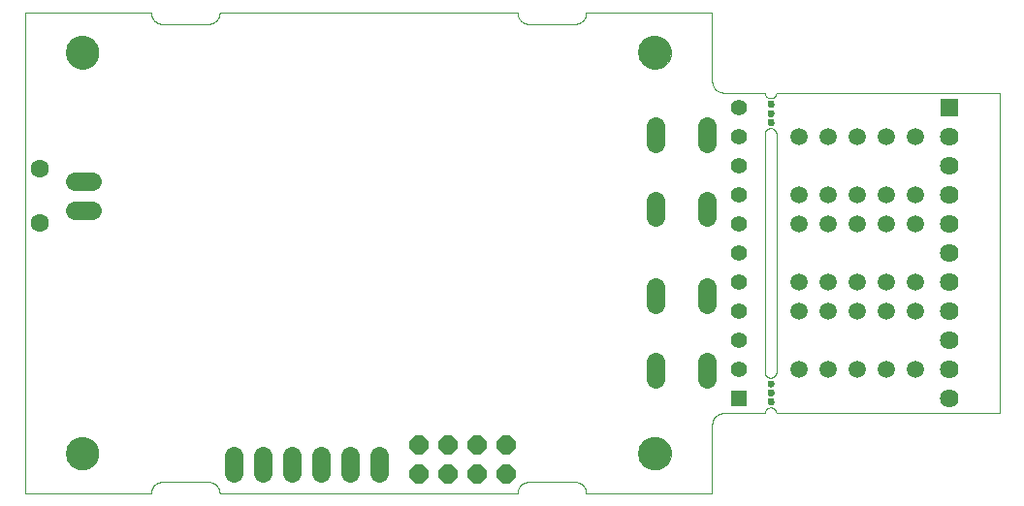
<source format=gbs>
G75*
%MOIN*%
%OFA0B0*%
%FSLAX25Y25*%
%IPPOS*%
%LPD*%
%AMOC8*
5,1,8,0,0,1.08239X$1,22.5*
%
%ADD10C,0.00000*%
%ADD11C,0.11424*%
%ADD12C,0.00394*%
%ADD13C,0.02369*%
%ADD14C,0.05943*%
%ADD15C,0.06400*%
%ADD16R,0.06400X0.06400*%
%ADD17R,0.05600X0.05600*%
%ADD18C,0.05600*%
%ADD19C,0.06337*%
%ADD20C,0.06400*%
%ADD21OC8,0.06400*%
%ADD22C,0.06306*%
D10*
X0048494Y0021469D02*
X0048496Y0021617D01*
X0048502Y0021765D01*
X0048512Y0021913D01*
X0048526Y0022060D01*
X0048544Y0022207D01*
X0048565Y0022353D01*
X0048591Y0022499D01*
X0048621Y0022644D01*
X0048654Y0022788D01*
X0048692Y0022931D01*
X0048733Y0023073D01*
X0048778Y0023214D01*
X0048826Y0023354D01*
X0048879Y0023493D01*
X0048935Y0023630D01*
X0048995Y0023765D01*
X0049058Y0023899D01*
X0049125Y0024031D01*
X0049196Y0024161D01*
X0049270Y0024289D01*
X0049347Y0024415D01*
X0049428Y0024539D01*
X0049512Y0024661D01*
X0049599Y0024780D01*
X0049690Y0024897D01*
X0049784Y0025012D01*
X0049880Y0025124D01*
X0049980Y0025234D01*
X0050082Y0025340D01*
X0050188Y0025444D01*
X0050296Y0025545D01*
X0050407Y0025643D01*
X0050520Y0025739D01*
X0050636Y0025831D01*
X0050754Y0025920D01*
X0050875Y0026005D01*
X0050998Y0026088D01*
X0051123Y0026167D01*
X0051250Y0026243D01*
X0051379Y0026315D01*
X0051510Y0026384D01*
X0051643Y0026449D01*
X0051778Y0026510D01*
X0051914Y0026568D01*
X0052051Y0026623D01*
X0052190Y0026673D01*
X0052331Y0026720D01*
X0052472Y0026763D01*
X0052615Y0026803D01*
X0052759Y0026838D01*
X0052903Y0026870D01*
X0053049Y0026897D01*
X0053195Y0026921D01*
X0053342Y0026941D01*
X0053489Y0026957D01*
X0053636Y0026969D01*
X0053784Y0026977D01*
X0053932Y0026981D01*
X0054080Y0026981D01*
X0054228Y0026977D01*
X0054376Y0026969D01*
X0054523Y0026957D01*
X0054670Y0026941D01*
X0054817Y0026921D01*
X0054963Y0026897D01*
X0055109Y0026870D01*
X0055253Y0026838D01*
X0055397Y0026803D01*
X0055540Y0026763D01*
X0055681Y0026720D01*
X0055822Y0026673D01*
X0055961Y0026623D01*
X0056098Y0026568D01*
X0056234Y0026510D01*
X0056369Y0026449D01*
X0056502Y0026384D01*
X0056633Y0026315D01*
X0056762Y0026243D01*
X0056889Y0026167D01*
X0057014Y0026088D01*
X0057137Y0026005D01*
X0057258Y0025920D01*
X0057376Y0025831D01*
X0057492Y0025739D01*
X0057605Y0025643D01*
X0057716Y0025545D01*
X0057824Y0025444D01*
X0057930Y0025340D01*
X0058032Y0025234D01*
X0058132Y0025124D01*
X0058228Y0025012D01*
X0058322Y0024897D01*
X0058413Y0024780D01*
X0058500Y0024661D01*
X0058584Y0024539D01*
X0058665Y0024415D01*
X0058742Y0024289D01*
X0058816Y0024161D01*
X0058887Y0024031D01*
X0058954Y0023899D01*
X0059017Y0023765D01*
X0059077Y0023630D01*
X0059133Y0023493D01*
X0059186Y0023354D01*
X0059234Y0023214D01*
X0059279Y0023073D01*
X0059320Y0022931D01*
X0059358Y0022788D01*
X0059391Y0022644D01*
X0059421Y0022499D01*
X0059447Y0022353D01*
X0059468Y0022207D01*
X0059486Y0022060D01*
X0059500Y0021913D01*
X0059510Y0021765D01*
X0059516Y0021617D01*
X0059518Y0021469D01*
X0059516Y0021321D01*
X0059510Y0021173D01*
X0059500Y0021025D01*
X0059486Y0020878D01*
X0059468Y0020731D01*
X0059447Y0020585D01*
X0059421Y0020439D01*
X0059391Y0020294D01*
X0059358Y0020150D01*
X0059320Y0020007D01*
X0059279Y0019865D01*
X0059234Y0019724D01*
X0059186Y0019584D01*
X0059133Y0019445D01*
X0059077Y0019308D01*
X0059017Y0019173D01*
X0058954Y0019039D01*
X0058887Y0018907D01*
X0058816Y0018777D01*
X0058742Y0018649D01*
X0058665Y0018523D01*
X0058584Y0018399D01*
X0058500Y0018277D01*
X0058413Y0018158D01*
X0058322Y0018041D01*
X0058228Y0017926D01*
X0058132Y0017814D01*
X0058032Y0017704D01*
X0057930Y0017598D01*
X0057824Y0017494D01*
X0057716Y0017393D01*
X0057605Y0017295D01*
X0057492Y0017199D01*
X0057376Y0017107D01*
X0057258Y0017018D01*
X0057137Y0016933D01*
X0057014Y0016850D01*
X0056889Y0016771D01*
X0056762Y0016695D01*
X0056633Y0016623D01*
X0056502Y0016554D01*
X0056369Y0016489D01*
X0056234Y0016428D01*
X0056098Y0016370D01*
X0055961Y0016315D01*
X0055822Y0016265D01*
X0055681Y0016218D01*
X0055540Y0016175D01*
X0055397Y0016135D01*
X0055253Y0016100D01*
X0055109Y0016068D01*
X0054963Y0016041D01*
X0054817Y0016017D01*
X0054670Y0015997D01*
X0054523Y0015981D01*
X0054376Y0015969D01*
X0054228Y0015961D01*
X0054080Y0015957D01*
X0053932Y0015957D01*
X0053784Y0015961D01*
X0053636Y0015969D01*
X0053489Y0015981D01*
X0053342Y0015997D01*
X0053195Y0016017D01*
X0053049Y0016041D01*
X0052903Y0016068D01*
X0052759Y0016100D01*
X0052615Y0016135D01*
X0052472Y0016175D01*
X0052331Y0016218D01*
X0052190Y0016265D01*
X0052051Y0016315D01*
X0051914Y0016370D01*
X0051778Y0016428D01*
X0051643Y0016489D01*
X0051510Y0016554D01*
X0051379Y0016623D01*
X0051250Y0016695D01*
X0051123Y0016771D01*
X0050998Y0016850D01*
X0050875Y0016933D01*
X0050754Y0017018D01*
X0050636Y0017107D01*
X0050520Y0017199D01*
X0050407Y0017295D01*
X0050296Y0017393D01*
X0050188Y0017494D01*
X0050082Y0017598D01*
X0049980Y0017704D01*
X0049880Y0017814D01*
X0049784Y0017926D01*
X0049690Y0018041D01*
X0049599Y0018158D01*
X0049512Y0018277D01*
X0049428Y0018399D01*
X0049347Y0018523D01*
X0049270Y0018649D01*
X0049196Y0018777D01*
X0049125Y0018907D01*
X0049058Y0019039D01*
X0048995Y0019173D01*
X0048935Y0019308D01*
X0048879Y0019445D01*
X0048826Y0019584D01*
X0048778Y0019724D01*
X0048733Y0019865D01*
X0048692Y0020007D01*
X0048654Y0020150D01*
X0048621Y0020294D01*
X0048591Y0020439D01*
X0048565Y0020585D01*
X0048544Y0020731D01*
X0048526Y0020878D01*
X0048512Y0021025D01*
X0048502Y0021173D01*
X0048496Y0021321D01*
X0048494Y0021469D01*
X0245344Y0021469D02*
X0245346Y0021617D01*
X0245352Y0021765D01*
X0245362Y0021913D01*
X0245376Y0022060D01*
X0245394Y0022207D01*
X0245415Y0022353D01*
X0245441Y0022499D01*
X0245471Y0022644D01*
X0245504Y0022788D01*
X0245542Y0022931D01*
X0245583Y0023073D01*
X0245628Y0023214D01*
X0245676Y0023354D01*
X0245729Y0023493D01*
X0245785Y0023630D01*
X0245845Y0023765D01*
X0245908Y0023899D01*
X0245975Y0024031D01*
X0246046Y0024161D01*
X0246120Y0024289D01*
X0246197Y0024415D01*
X0246278Y0024539D01*
X0246362Y0024661D01*
X0246449Y0024780D01*
X0246540Y0024897D01*
X0246634Y0025012D01*
X0246730Y0025124D01*
X0246830Y0025234D01*
X0246932Y0025340D01*
X0247038Y0025444D01*
X0247146Y0025545D01*
X0247257Y0025643D01*
X0247370Y0025739D01*
X0247486Y0025831D01*
X0247604Y0025920D01*
X0247725Y0026005D01*
X0247848Y0026088D01*
X0247973Y0026167D01*
X0248100Y0026243D01*
X0248229Y0026315D01*
X0248360Y0026384D01*
X0248493Y0026449D01*
X0248628Y0026510D01*
X0248764Y0026568D01*
X0248901Y0026623D01*
X0249040Y0026673D01*
X0249181Y0026720D01*
X0249322Y0026763D01*
X0249465Y0026803D01*
X0249609Y0026838D01*
X0249753Y0026870D01*
X0249899Y0026897D01*
X0250045Y0026921D01*
X0250192Y0026941D01*
X0250339Y0026957D01*
X0250486Y0026969D01*
X0250634Y0026977D01*
X0250782Y0026981D01*
X0250930Y0026981D01*
X0251078Y0026977D01*
X0251226Y0026969D01*
X0251373Y0026957D01*
X0251520Y0026941D01*
X0251667Y0026921D01*
X0251813Y0026897D01*
X0251959Y0026870D01*
X0252103Y0026838D01*
X0252247Y0026803D01*
X0252390Y0026763D01*
X0252531Y0026720D01*
X0252672Y0026673D01*
X0252811Y0026623D01*
X0252948Y0026568D01*
X0253084Y0026510D01*
X0253219Y0026449D01*
X0253352Y0026384D01*
X0253483Y0026315D01*
X0253612Y0026243D01*
X0253739Y0026167D01*
X0253864Y0026088D01*
X0253987Y0026005D01*
X0254108Y0025920D01*
X0254226Y0025831D01*
X0254342Y0025739D01*
X0254455Y0025643D01*
X0254566Y0025545D01*
X0254674Y0025444D01*
X0254780Y0025340D01*
X0254882Y0025234D01*
X0254982Y0025124D01*
X0255078Y0025012D01*
X0255172Y0024897D01*
X0255263Y0024780D01*
X0255350Y0024661D01*
X0255434Y0024539D01*
X0255515Y0024415D01*
X0255592Y0024289D01*
X0255666Y0024161D01*
X0255737Y0024031D01*
X0255804Y0023899D01*
X0255867Y0023765D01*
X0255927Y0023630D01*
X0255983Y0023493D01*
X0256036Y0023354D01*
X0256084Y0023214D01*
X0256129Y0023073D01*
X0256170Y0022931D01*
X0256208Y0022788D01*
X0256241Y0022644D01*
X0256271Y0022499D01*
X0256297Y0022353D01*
X0256318Y0022207D01*
X0256336Y0022060D01*
X0256350Y0021913D01*
X0256360Y0021765D01*
X0256366Y0021617D01*
X0256368Y0021469D01*
X0256366Y0021321D01*
X0256360Y0021173D01*
X0256350Y0021025D01*
X0256336Y0020878D01*
X0256318Y0020731D01*
X0256297Y0020585D01*
X0256271Y0020439D01*
X0256241Y0020294D01*
X0256208Y0020150D01*
X0256170Y0020007D01*
X0256129Y0019865D01*
X0256084Y0019724D01*
X0256036Y0019584D01*
X0255983Y0019445D01*
X0255927Y0019308D01*
X0255867Y0019173D01*
X0255804Y0019039D01*
X0255737Y0018907D01*
X0255666Y0018777D01*
X0255592Y0018649D01*
X0255515Y0018523D01*
X0255434Y0018399D01*
X0255350Y0018277D01*
X0255263Y0018158D01*
X0255172Y0018041D01*
X0255078Y0017926D01*
X0254982Y0017814D01*
X0254882Y0017704D01*
X0254780Y0017598D01*
X0254674Y0017494D01*
X0254566Y0017393D01*
X0254455Y0017295D01*
X0254342Y0017199D01*
X0254226Y0017107D01*
X0254108Y0017018D01*
X0253987Y0016933D01*
X0253864Y0016850D01*
X0253739Y0016771D01*
X0253612Y0016695D01*
X0253483Y0016623D01*
X0253352Y0016554D01*
X0253219Y0016489D01*
X0253084Y0016428D01*
X0252948Y0016370D01*
X0252811Y0016315D01*
X0252672Y0016265D01*
X0252531Y0016218D01*
X0252390Y0016175D01*
X0252247Y0016135D01*
X0252103Y0016100D01*
X0251959Y0016068D01*
X0251813Y0016041D01*
X0251667Y0016017D01*
X0251520Y0015997D01*
X0251373Y0015981D01*
X0251226Y0015969D01*
X0251078Y0015961D01*
X0250930Y0015957D01*
X0250782Y0015957D01*
X0250634Y0015961D01*
X0250486Y0015969D01*
X0250339Y0015981D01*
X0250192Y0015997D01*
X0250045Y0016017D01*
X0249899Y0016041D01*
X0249753Y0016068D01*
X0249609Y0016100D01*
X0249465Y0016135D01*
X0249322Y0016175D01*
X0249181Y0016218D01*
X0249040Y0016265D01*
X0248901Y0016315D01*
X0248764Y0016370D01*
X0248628Y0016428D01*
X0248493Y0016489D01*
X0248360Y0016554D01*
X0248229Y0016623D01*
X0248100Y0016695D01*
X0247973Y0016771D01*
X0247848Y0016850D01*
X0247725Y0016933D01*
X0247604Y0017018D01*
X0247486Y0017107D01*
X0247370Y0017199D01*
X0247257Y0017295D01*
X0247146Y0017393D01*
X0247038Y0017494D01*
X0246932Y0017598D01*
X0246830Y0017704D01*
X0246730Y0017814D01*
X0246634Y0017926D01*
X0246540Y0018041D01*
X0246449Y0018158D01*
X0246362Y0018277D01*
X0246278Y0018399D01*
X0246197Y0018523D01*
X0246120Y0018649D01*
X0246046Y0018777D01*
X0245975Y0018907D01*
X0245908Y0019039D01*
X0245845Y0019173D01*
X0245785Y0019308D01*
X0245729Y0019445D01*
X0245676Y0019584D01*
X0245628Y0019724D01*
X0245583Y0019865D01*
X0245542Y0020007D01*
X0245504Y0020150D01*
X0245471Y0020294D01*
X0245441Y0020439D01*
X0245415Y0020585D01*
X0245394Y0020731D01*
X0245376Y0020878D01*
X0245362Y0021025D01*
X0245352Y0021173D01*
X0245346Y0021321D01*
X0245344Y0021469D01*
X0289636Y0039185D02*
X0289638Y0039247D01*
X0289644Y0039310D01*
X0289654Y0039371D01*
X0289668Y0039432D01*
X0289685Y0039492D01*
X0289706Y0039551D01*
X0289732Y0039608D01*
X0289760Y0039663D01*
X0289792Y0039717D01*
X0289828Y0039768D01*
X0289866Y0039818D01*
X0289908Y0039864D01*
X0289952Y0039908D01*
X0290000Y0039949D01*
X0290049Y0039987D01*
X0290101Y0040021D01*
X0290155Y0040052D01*
X0290211Y0040080D01*
X0290269Y0040104D01*
X0290328Y0040125D01*
X0290388Y0040141D01*
X0290449Y0040154D01*
X0290511Y0040163D01*
X0290573Y0040168D01*
X0290636Y0040169D01*
X0290698Y0040166D01*
X0290760Y0040159D01*
X0290822Y0040148D01*
X0290882Y0040133D01*
X0290942Y0040115D01*
X0291000Y0040093D01*
X0291057Y0040067D01*
X0291112Y0040037D01*
X0291165Y0040004D01*
X0291216Y0039968D01*
X0291264Y0039929D01*
X0291310Y0039886D01*
X0291353Y0039841D01*
X0291393Y0039793D01*
X0291430Y0039743D01*
X0291464Y0039690D01*
X0291495Y0039636D01*
X0291521Y0039580D01*
X0291545Y0039522D01*
X0291564Y0039462D01*
X0291580Y0039402D01*
X0291592Y0039340D01*
X0291600Y0039279D01*
X0291604Y0039216D01*
X0291604Y0039154D01*
X0291600Y0039091D01*
X0291592Y0039030D01*
X0291580Y0038968D01*
X0291564Y0038908D01*
X0291545Y0038848D01*
X0291521Y0038790D01*
X0291495Y0038734D01*
X0291464Y0038680D01*
X0291430Y0038627D01*
X0291393Y0038577D01*
X0291353Y0038529D01*
X0291310Y0038484D01*
X0291264Y0038441D01*
X0291216Y0038402D01*
X0291165Y0038366D01*
X0291112Y0038333D01*
X0291057Y0038303D01*
X0291000Y0038277D01*
X0290942Y0038255D01*
X0290882Y0038237D01*
X0290822Y0038222D01*
X0290760Y0038211D01*
X0290698Y0038204D01*
X0290636Y0038201D01*
X0290573Y0038202D01*
X0290511Y0038207D01*
X0290449Y0038216D01*
X0290388Y0038229D01*
X0290328Y0038245D01*
X0290269Y0038266D01*
X0290211Y0038290D01*
X0290155Y0038318D01*
X0290101Y0038349D01*
X0290049Y0038383D01*
X0290000Y0038421D01*
X0289952Y0038462D01*
X0289908Y0038506D01*
X0289866Y0038552D01*
X0289828Y0038602D01*
X0289792Y0038653D01*
X0289760Y0038707D01*
X0289732Y0038762D01*
X0289706Y0038819D01*
X0289685Y0038878D01*
X0289668Y0038938D01*
X0289654Y0038999D01*
X0289644Y0039060D01*
X0289638Y0039123D01*
X0289636Y0039185D01*
X0289636Y0042335D02*
X0289638Y0042397D01*
X0289644Y0042460D01*
X0289654Y0042521D01*
X0289668Y0042582D01*
X0289685Y0042642D01*
X0289706Y0042701D01*
X0289732Y0042758D01*
X0289760Y0042813D01*
X0289792Y0042867D01*
X0289828Y0042918D01*
X0289866Y0042968D01*
X0289908Y0043014D01*
X0289952Y0043058D01*
X0290000Y0043099D01*
X0290049Y0043137D01*
X0290101Y0043171D01*
X0290155Y0043202D01*
X0290211Y0043230D01*
X0290269Y0043254D01*
X0290328Y0043275D01*
X0290388Y0043291D01*
X0290449Y0043304D01*
X0290511Y0043313D01*
X0290573Y0043318D01*
X0290636Y0043319D01*
X0290698Y0043316D01*
X0290760Y0043309D01*
X0290822Y0043298D01*
X0290882Y0043283D01*
X0290942Y0043265D01*
X0291000Y0043243D01*
X0291057Y0043217D01*
X0291112Y0043187D01*
X0291165Y0043154D01*
X0291216Y0043118D01*
X0291264Y0043079D01*
X0291310Y0043036D01*
X0291353Y0042991D01*
X0291393Y0042943D01*
X0291430Y0042893D01*
X0291464Y0042840D01*
X0291495Y0042786D01*
X0291521Y0042730D01*
X0291545Y0042672D01*
X0291564Y0042612D01*
X0291580Y0042552D01*
X0291592Y0042490D01*
X0291600Y0042429D01*
X0291604Y0042366D01*
X0291604Y0042304D01*
X0291600Y0042241D01*
X0291592Y0042180D01*
X0291580Y0042118D01*
X0291564Y0042058D01*
X0291545Y0041998D01*
X0291521Y0041940D01*
X0291495Y0041884D01*
X0291464Y0041830D01*
X0291430Y0041777D01*
X0291393Y0041727D01*
X0291353Y0041679D01*
X0291310Y0041634D01*
X0291264Y0041591D01*
X0291216Y0041552D01*
X0291165Y0041516D01*
X0291112Y0041483D01*
X0291057Y0041453D01*
X0291000Y0041427D01*
X0290942Y0041405D01*
X0290882Y0041387D01*
X0290822Y0041372D01*
X0290760Y0041361D01*
X0290698Y0041354D01*
X0290636Y0041351D01*
X0290573Y0041352D01*
X0290511Y0041357D01*
X0290449Y0041366D01*
X0290388Y0041379D01*
X0290328Y0041395D01*
X0290269Y0041416D01*
X0290211Y0041440D01*
X0290155Y0041468D01*
X0290101Y0041499D01*
X0290049Y0041533D01*
X0290000Y0041571D01*
X0289952Y0041612D01*
X0289908Y0041656D01*
X0289866Y0041702D01*
X0289828Y0041752D01*
X0289792Y0041803D01*
X0289760Y0041857D01*
X0289732Y0041912D01*
X0289706Y0041969D01*
X0289685Y0042028D01*
X0289668Y0042088D01*
X0289654Y0042149D01*
X0289644Y0042210D01*
X0289638Y0042273D01*
X0289636Y0042335D01*
X0289636Y0045484D02*
X0289638Y0045546D01*
X0289644Y0045609D01*
X0289654Y0045670D01*
X0289668Y0045731D01*
X0289685Y0045791D01*
X0289706Y0045850D01*
X0289732Y0045907D01*
X0289760Y0045962D01*
X0289792Y0046016D01*
X0289828Y0046067D01*
X0289866Y0046117D01*
X0289908Y0046163D01*
X0289952Y0046207D01*
X0290000Y0046248D01*
X0290049Y0046286D01*
X0290101Y0046320D01*
X0290155Y0046351D01*
X0290211Y0046379D01*
X0290269Y0046403D01*
X0290328Y0046424D01*
X0290388Y0046440D01*
X0290449Y0046453D01*
X0290511Y0046462D01*
X0290573Y0046467D01*
X0290636Y0046468D01*
X0290698Y0046465D01*
X0290760Y0046458D01*
X0290822Y0046447D01*
X0290882Y0046432D01*
X0290942Y0046414D01*
X0291000Y0046392D01*
X0291057Y0046366D01*
X0291112Y0046336D01*
X0291165Y0046303D01*
X0291216Y0046267D01*
X0291264Y0046228D01*
X0291310Y0046185D01*
X0291353Y0046140D01*
X0291393Y0046092D01*
X0291430Y0046042D01*
X0291464Y0045989D01*
X0291495Y0045935D01*
X0291521Y0045879D01*
X0291545Y0045821D01*
X0291564Y0045761D01*
X0291580Y0045701D01*
X0291592Y0045639D01*
X0291600Y0045578D01*
X0291604Y0045515D01*
X0291604Y0045453D01*
X0291600Y0045390D01*
X0291592Y0045329D01*
X0291580Y0045267D01*
X0291564Y0045207D01*
X0291545Y0045147D01*
X0291521Y0045089D01*
X0291495Y0045033D01*
X0291464Y0044979D01*
X0291430Y0044926D01*
X0291393Y0044876D01*
X0291353Y0044828D01*
X0291310Y0044783D01*
X0291264Y0044740D01*
X0291216Y0044701D01*
X0291165Y0044665D01*
X0291112Y0044632D01*
X0291057Y0044602D01*
X0291000Y0044576D01*
X0290942Y0044554D01*
X0290882Y0044536D01*
X0290822Y0044521D01*
X0290760Y0044510D01*
X0290698Y0044503D01*
X0290636Y0044500D01*
X0290573Y0044501D01*
X0290511Y0044506D01*
X0290449Y0044515D01*
X0290388Y0044528D01*
X0290328Y0044544D01*
X0290269Y0044565D01*
X0290211Y0044589D01*
X0290155Y0044617D01*
X0290101Y0044648D01*
X0290049Y0044682D01*
X0290000Y0044720D01*
X0289952Y0044761D01*
X0289908Y0044805D01*
X0289866Y0044851D01*
X0289828Y0044901D01*
X0289792Y0044952D01*
X0289760Y0045006D01*
X0289732Y0045061D01*
X0289706Y0045118D01*
X0289685Y0045177D01*
X0289668Y0045237D01*
X0289654Y0045298D01*
X0289644Y0045359D01*
X0289638Y0045422D01*
X0289636Y0045484D01*
X0289636Y0135248D02*
X0289638Y0135310D01*
X0289644Y0135373D01*
X0289654Y0135434D01*
X0289668Y0135495D01*
X0289685Y0135555D01*
X0289706Y0135614D01*
X0289732Y0135671D01*
X0289760Y0135726D01*
X0289792Y0135780D01*
X0289828Y0135831D01*
X0289866Y0135881D01*
X0289908Y0135927D01*
X0289952Y0135971D01*
X0290000Y0136012D01*
X0290049Y0136050D01*
X0290101Y0136084D01*
X0290155Y0136115D01*
X0290211Y0136143D01*
X0290269Y0136167D01*
X0290328Y0136188D01*
X0290388Y0136204D01*
X0290449Y0136217D01*
X0290511Y0136226D01*
X0290573Y0136231D01*
X0290636Y0136232D01*
X0290698Y0136229D01*
X0290760Y0136222D01*
X0290822Y0136211D01*
X0290882Y0136196D01*
X0290942Y0136178D01*
X0291000Y0136156D01*
X0291057Y0136130D01*
X0291112Y0136100D01*
X0291165Y0136067D01*
X0291216Y0136031D01*
X0291264Y0135992D01*
X0291310Y0135949D01*
X0291353Y0135904D01*
X0291393Y0135856D01*
X0291430Y0135806D01*
X0291464Y0135753D01*
X0291495Y0135699D01*
X0291521Y0135643D01*
X0291545Y0135585D01*
X0291564Y0135525D01*
X0291580Y0135465D01*
X0291592Y0135403D01*
X0291600Y0135342D01*
X0291604Y0135279D01*
X0291604Y0135217D01*
X0291600Y0135154D01*
X0291592Y0135093D01*
X0291580Y0135031D01*
X0291564Y0134971D01*
X0291545Y0134911D01*
X0291521Y0134853D01*
X0291495Y0134797D01*
X0291464Y0134743D01*
X0291430Y0134690D01*
X0291393Y0134640D01*
X0291353Y0134592D01*
X0291310Y0134547D01*
X0291264Y0134504D01*
X0291216Y0134465D01*
X0291165Y0134429D01*
X0291112Y0134396D01*
X0291057Y0134366D01*
X0291000Y0134340D01*
X0290942Y0134318D01*
X0290882Y0134300D01*
X0290822Y0134285D01*
X0290760Y0134274D01*
X0290698Y0134267D01*
X0290636Y0134264D01*
X0290573Y0134265D01*
X0290511Y0134270D01*
X0290449Y0134279D01*
X0290388Y0134292D01*
X0290328Y0134308D01*
X0290269Y0134329D01*
X0290211Y0134353D01*
X0290155Y0134381D01*
X0290101Y0134412D01*
X0290049Y0134446D01*
X0290000Y0134484D01*
X0289952Y0134525D01*
X0289908Y0134569D01*
X0289866Y0134615D01*
X0289828Y0134665D01*
X0289792Y0134716D01*
X0289760Y0134770D01*
X0289732Y0134825D01*
X0289706Y0134882D01*
X0289685Y0134941D01*
X0289668Y0135001D01*
X0289654Y0135062D01*
X0289644Y0135123D01*
X0289638Y0135186D01*
X0289636Y0135248D01*
X0289636Y0138398D02*
X0289638Y0138460D01*
X0289644Y0138523D01*
X0289654Y0138584D01*
X0289668Y0138645D01*
X0289685Y0138705D01*
X0289706Y0138764D01*
X0289732Y0138821D01*
X0289760Y0138876D01*
X0289792Y0138930D01*
X0289828Y0138981D01*
X0289866Y0139031D01*
X0289908Y0139077D01*
X0289952Y0139121D01*
X0290000Y0139162D01*
X0290049Y0139200D01*
X0290101Y0139234D01*
X0290155Y0139265D01*
X0290211Y0139293D01*
X0290269Y0139317D01*
X0290328Y0139338D01*
X0290388Y0139354D01*
X0290449Y0139367D01*
X0290511Y0139376D01*
X0290573Y0139381D01*
X0290636Y0139382D01*
X0290698Y0139379D01*
X0290760Y0139372D01*
X0290822Y0139361D01*
X0290882Y0139346D01*
X0290942Y0139328D01*
X0291000Y0139306D01*
X0291057Y0139280D01*
X0291112Y0139250D01*
X0291165Y0139217D01*
X0291216Y0139181D01*
X0291264Y0139142D01*
X0291310Y0139099D01*
X0291353Y0139054D01*
X0291393Y0139006D01*
X0291430Y0138956D01*
X0291464Y0138903D01*
X0291495Y0138849D01*
X0291521Y0138793D01*
X0291545Y0138735D01*
X0291564Y0138675D01*
X0291580Y0138615D01*
X0291592Y0138553D01*
X0291600Y0138492D01*
X0291604Y0138429D01*
X0291604Y0138367D01*
X0291600Y0138304D01*
X0291592Y0138243D01*
X0291580Y0138181D01*
X0291564Y0138121D01*
X0291545Y0138061D01*
X0291521Y0138003D01*
X0291495Y0137947D01*
X0291464Y0137893D01*
X0291430Y0137840D01*
X0291393Y0137790D01*
X0291353Y0137742D01*
X0291310Y0137697D01*
X0291264Y0137654D01*
X0291216Y0137615D01*
X0291165Y0137579D01*
X0291112Y0137546D01*
X0291057Y0137516D01*
X0291000Y0137490D01*
X0290942Y0137468D01*
X0290882Y0137450D01*
X0290822Y0137435D01*
X0290760Y0137424D01*
X0290698Y0137417D01*
X0290636Y0137414D01*
X0290573Y0137415D01*
X0290511Y0137420D01*
X0290449Y0137429D01*
X0290388Y0137442D01*
X0290328Y0137458D01*
X0290269Y0137479D01*
X0290211Y0137503D01*
X0290155Y0137531D01*
X0290101Y0137562D01*
X0290049Y0137596D01*
X0290000Y0137634D01*
X0289952Y0137675D01*
X0289908Y0137719D01*
X0289866Y0137765D01*
X0289828Y0137815D01*
X0289792Y0137866D01*
X0289760Y0137920D01*
X0289732Y0137975D01*
X0289706Y0138032D01*
X0289685Y0138091D01*
X0289668Y0138151D01*
X0289654Y0138212D01*
X0289644Y0138273D01*
X0289638Y0138336D01*
X0289636Y0138398D01*
X0289636Y0141547D02*
X0289638Y0141609D01*
X0289644Y0141672D01*
X0289654Y0141733D01*
X0289668Y0141794D01*
X0289685Y0141854D01*
X0289706Y0141913D01*
X0289732Y0141970D01*
X0289760Y0142025D01*
X0289792Y0142079D01*
X0289828Y0142130D01*
X0289866Y0142180D01*
X0289908Y0142226D01*
X0289952Y0142270D01*
X0290000Y0142311D01*
X0290049Y0142349D01*
X0290101Y0142383D01*
X0290155Y0142414D01*
X0290211Y0142442D01*
X0290269Y0142466D01*
X0290328Y0142487D01*
X0290388Y0142503D01*
X0290449Y0142516D01*
X0290511Y0142525D01*
X0290573Y0142530D01*
X0290636Y0142531D01*
X0290698Y0142528D01*
X0290760Y0142521D01*
X0290822Y0142510D01*
X0290882Y0142495D01*
X0290942Y0142477D01*
X0291000Y0142455D01*
X0291057Y0142429D01*
X0291112Y0142399D01*
X0291165Y0142366D01*
X0291216Y0142330D01*
X0291264Y0142291D01*
X0291310Y0142248D01*
X0291353Y0142203D01*
X0291393Y0142155D01*
X0291430Y0142105D01*
X0291464Y0142052D01*
X0291495Y0141998D01*
X0291521Y0141942D01*
X0291545Y0141884D01*
X0291564Y0141824D01*
X0291580Y0141764D01*
X0291592Y0141702D01*
X0291600Y0141641D01*
X0291604Y0141578D01*
X0291604Y0141516D01*
X0291600Y0141453D01*
X0291592Y0141392D01*
X0291580Y0141330D01*
X0291564Y0141270D01*
X0291545Y0141210D01*
X0291521Y0141152D01*
X0291495Y0141096D01*
X0291464Y0141042D01*
X0291430Y0140989D01*
X0291393Y0140939D01*
X0291353Y0140891D01*
X0291310Y0140846D01*
X0291264Y0140803D01*
X0291216Y0140764D01*
X0291165Y0140728D01*
X0291112Y0140695D01*
X0291057Y0140665D01*
X0291000Y0140639D01*
X0290942Y0140617D01*
X0290882Y0140599D01*
X0290822Y0140584D01*
X0290760Y0140573D01*
X0290698Y0140566D01*
X0290636Y0140563D01*
X0290573Y0140564D01*
X0290511Y0140569D01*
X0290449Y0140578D01*
X0290388Y0140591D01*
X0290328Y0140607D01*
X0290269Y0140628D01*
X0290211Y0140652D01*
X0290155Y0140680D01*
X0290101Y0140711D01*
X0290049Y0140745D01*
X0290000Y0140783D01*
X0289952Y0140824D01*
X0289908Y0140868D01*
X0289866Y0140914D01*
X0289828Y0140964D01*
X0289792Y0141015D01*
X0289760Y0141069D01*
X0289732Y0141124D01*
X0289706Y0141181D01*
X0289685Y0141240D01*
X0289668Y0141300D01*
X0289654Y0141361D01*
X0289644Y0141422D01*
X0289638Y0141485D01*
X0289636Y0141547D01*
X0245344Y0159264D02*
X0245346Y0159412D01*
X0245352Y0159560D01*
X0245362Y0159708D01*
X0245376Y0159855D01*
X0245394Y0160002D01*
X0245415Y0160148D01*
X0245441Y0160294D01*
X0245471Y0160439D01*
X0245504Y0160583D01*
X0245542Y0160726D01*
X0245583Y0160868D01*
X0245628Y0161009D01*
X0245676Y0161149D01*
X0245729Y0161288D01*
X0245785Y0161425D01*
X0245845Y0161560D01*
X0245908Y0161694D01*
X0245975Y0161826D01*
X0246046Y0161956D01*
X0246120Y0162084D01*
X0246197Y0162210D01*
X0246278Y0162334D01*
X0246362Y0162456D01*
X0246449Y0162575D01*
X0246540Y0162692D01*
X0246634Y0162807D01*
X0246730Y0162919D01*
X0246830Y0163029D01*
X0246932Y0163135D01*
X0247038Y0163239D01*
X0247146Y0163340D01*
X0247257Y0163438D01*
X0247370Y0163534D01*
X0247486Y0163626D01*
X0247604Y0163715D01*
X0247725Y0163800D01*
X0247848Y0163883D01*
X0247973Y0163962D01*
X0248100Y0164038D01*
X0248229Y0164110D01*
X0248360Y0164179D01*
X0248493Y0164244D01*
X0248628Y0164305D01*
X0248764Y0164363D01*
X0248901Y0164418D01*
X0249040Y0164468D01*
X0249181Y0164515D01*
X0249322Y0164558D01*
X0249465Y0164598D01*
X0249609Y0164633D01*
X0249753Y0164665D01*
X0249899Y0164692D01*
X0250045Y0164716D01*
X0250192Y0164736D01*
X0250339Y0164752D01*
X0250486Y0164764D01*
X0250634Y0164772D01*
X0250782Y0164776D01*
X0250930Y0164776D01*
X0251078Y0164772D01*
X0251226Y0164764D01*
X0251373Y0164752D01*
X0251520Y0164736D01*
X0251667Y0164716D01*
X0251813Y0164692D01*
X0251959Y0164665D01*
X0252103Y0164633D01*
X0252247Y0164598D01*
X0252390Y0164558D01*
X0252531Y0164515D01*
X0252672Y0164468D01*
X0252811Y0164418D01*
X0252948Y0164363D01*
X0253084Y0164305D01*
X0253219Y0164244D01*
X0253352Y0164179D01*
X0253483Y0164110D01*
X0253612Y0164038D01*
X0253739Y0163962D01*
X0253864Y0163883D01*
X0253987Y0163800D01*
X0254108Y0163715D01*
X0254226Y0163626D01*
X0254342Y0163534D01*
X0254455Y0163438D01*
X0254566Y0163340D01*
X0254674Y0163239D01*
X0254780Y0163135D01*
X0254882Y0163029D01*
X0254982Y0162919D01*
X0255078Y0162807D01*
X0255172Y0162692D01*
X0255263Y0162575D01*
X0255350Y0162456D01*
X0255434Y0162334D01*
X0255515Y0162210D01*
X0255592Y0162084D01*
X0255666Y0161956D01*
X0255737Y0161826D01*
X0255804Y0161694D01*
X0255867Y0161560D01*
X0255927Y0161425D01*
X0255983Y0161288D01*
X0256036Y0161149D01*
X0256084Y0161009D01*
X0256129Y0160868D01*
X0256170Y0160726D01*
X0256208Y0160583D01*
X0256241Y0160439D01*
X0256271Y0160294D01*
X0256297Y0160148D01*
X0256318Y0160002D01*
X0256336Y0159855D01*
X0256350Y0159708D01*
X0256360Y0159560D01*
X0256366Y0159412D01*
X0256368Y0159264D01*
X0256366Y0159116D01*
X0256360Y0158968D01*
X0256350Y0158820D01*
X0256336Y0158673D01*
X0256318Y0158526D01*
X0256297Y0158380D01*
X0256271Y0158234D01*
X0256241Y0158089D01*
X0256208Y0157945D01*
X0256170Y0157802D01*
X0256129Y0157660D01*
X0256084Y0157519D01*
X0256036Y0157379D01*
X0255983Y0157240D01*
X0255927Y0157103D01*
X0255867Y0156968D01*
X0255804Y0156834D01*
X0255737Y0156702D01*
X0255666Y0156572D01*
X0255592Y0156444D01*
X0255515Y0156318D01*
X0255434Y0156194D01*
X0255350Y0156072D01*
X0255263Y0155953D01*
X0255172Y0155836D01*
X0255078Y0155721D01*
X0254982Y0155609D01*
X0254882Y0155499D01*
X0254780Y0155393D01*
X0254674Y0155289D01*
X0254566Y0155188D01*
X0254455Y0155090D01*
X0254342Y0154994D01*
X0254226Y0154902D01*
X0254108Y0154813D01*
X0253987Y0154728D01*
X0253864Y0154645D01*
X0253739Y0154566D01*
X0253612Y0154490D01*
X0253483Y0154418D01*
X0253352Y0154349D01*
X0253219Y0154284D01*
X0253084Y0154223D01*
X0252948Y0154165D01*
X0252811Y0154110D01*
X0252672Y0154060D01*
X0252531Y0154013D01*
X0252390Y0153970D01*
X0252247Y0153930D01*
X0252103Y0153895D01*
X0251959Y0153863D01*
X0251813Y0153836D01*
X0251667Y0153812D01*
X0251520Y0153792D01*
X0251373Y0153776D01*
X0251226Y0153764D01*
X0251078Y0153756D01*
X0250930Y0153752D01*
X0250782Y0153752D01*
X0250634Y0153756D01*
X0250486Y0153764D01*
X0250339Y0153776D01*
X0250192Y0153792D01*
X0250045Y0153812D01*
X0249899Y0153836D01*
X0249753Y0153863D01*
X0249609Y0153895D01*
X0249465Y0153930D01*
X0249322Y0153970D01*
X0249181Y0154013D01*
X0249040Y0154060D01*
X0248901Y0154110D01*
X0248764Y0154165D01*
X0248628Y0154223D01*
X0248493Y0154284D01*
X0248360Y0154349D01*
X0248229Y0154418D01*
X0248100Y0154490D01*
X0247973Y0154566D01*
X0247848Y0154645D01*
X0247725Y0154728D01*
X0247604Y0154813D01*
X0247486Y0154902D01*
X0247370Y0154994D01*
X0247257Y0155090D01*
X0247146Y0155188D01*
X0247038Y0155289D01*
X0246932Y0155393D01*
X0246830Y0155499D01*
X0246730Y0155609D01*
X0246634Y0155721D01*
X0246540Y0155836D01*
X0246449Y0155953D01*
X0246362Y0156072D01*
X0246278Y0156194D01*
X0246197Y0156318D01*
X0246120Y0156444D01*
X0246046Y0156572D01*
X0245975Y0156702D01*
X0245908Y0156834D01*
X0245845Y0156968D01*
X0245785Y0157103D01*
X0245729Y0157240D01*
X0245676Y0157379D01*
X0245628Y0157519D01*
X0245583Y0157660D01*
X0245542Y0157802D01*
X0245504Y0157945D01*
X0245471Y0158089D01*
X0245441Y0158234D01*
X0245415Y0158380D01*
X0245394Y0158526D01*
X0245376Y0158673D01*
X0245362Y0158820D01*
X0245352Y0158968D01*
X0245346Y0159116D01*
X0245344Y0159264D01*
X0048494Y0159264D02*
X0048496Y0159412D01*
X0048502Y0159560D01*
X0048512Y0159708D01*
X0048526Y0159855D01*
X0048544Y0160002D01*
X0048565Y0160148D01*
X0048591Y0160294D01*
X0048621Y0160439D01*
X0048654Y0160583D01*
X0048692Y0160726D01*
X0048733Y0160868D01*
X0048778Y0161009D01*
X0048826Y0161149D01*
X0048879Y0161288D01*
X0048935Y0161425D01*
X0048995Y0161560D01*
X0049058Y0161694D01*
X0049125Y0161826D01*
X0049196Y0161956D01*
X0049270Y0162084D01*
X0049347Y0162210D01*
X0049428Y0162334D01*
X0049512Y0162456D01*
X0049599Y0162575D01*
X0049690Y0162692D01*
X0049784Y0162807D01*
X0049880Y0162919D01*
X0049980Y0163029D01*
X0050082Y0163135D01*
X0050188Y0163239D01*
X0050296Y0163340D01*
X0050407Y0163438D01*
X0050520Y0163534D01*
X0050636Y0163626D01*
X0050754Y0163715D01*
X0050875Y0163800D01*
X0050998Y0163883D01*
X0051123Y0163962D01*
X0051250Y0164038D01*
X0051379Y0164110D01*
X0051510Y0164179D01*
X0051643Y0164244D01*
X0051778Y0164305D01*
X0051914Y0164363D01*
X0052051Y0164418D01*
X0052190Y0164468D01*
X0052331Y0164515D01*
X0052472Y0164558D01*
X0052615Y0164598D01*
X0052759Y0164633D01*
X0052903Y0164665D01*
X0053049Y0164692D01*
X0053195Y0164716D01*
X0053342Y0164736D01*
X0053489Y0164752D01*
X0053636Y0164764D01*
X0053784Y0164772D01*
X0053932Y0164776D01*
X0054080Y0164776D01*
X0054228Y0164772D01*
X0054376Y0164764D01*
X0054523Y0164752D01*
X0054670Y0164736D01*
X0054817Y0164716D01*
X0054963Y0164692D01*
X0055109Y0164665D01*
X0055253Y0164633D01*
X0055397Y0164598D01*
X0055540Y0164558D01*
X0055681Y0164515D01*
X0055822Y0164468D01*
X0055961Y0164418D01*
X0056098Y0164363D01*
X0056234Y0164305D01*
X0056369Y0164244D01*
X0056502Y0164179D01*
X0056633Y0164110D01*
X0056762Y0164038D01*
X0056889Y0163962D01*
X0057014Y0163883D01*
X0057137Y0163800D01*
X0057258Y0163715D01*
X0057376Y0163626D01*
X0057492Y0163534D01*
X0057605Y0163438D01*
X0057716Y0163340D01*
X0057824Y0163239D01*
X0057930Y0163135D01*
X0058032Y0163029D01*
X0058132Y0162919D01*
X0058228Y0162807D01*
X0058322Y0162692D01*
X0058413Y0162575D01*
X0058500Y0162456D01*
X0058584Y0162334D01*
X0058665Y0162210D01*
X0058742Y0162084D01*
X0058816Y0161956D01*
X0058887Y0161826D01*
X0058954Y0161694D01*
X0059017Y0161560D01*
X0059077Y0161425D01*
X0059133Y0161288D01*
X0059186Y0161149D01*
X0059234Y0161009D01*
X0059279Y0160868D01*
X0059320Y0160726D01*
X0059358Y0160583D01*
X0059391Y0160439D01*
X0059421Y0160294D01*
X0059447Y0160148D01*
X0059468Y0160002D01*
X0059486Y0159855D01*
X0059500Y0159708D01*
X0059510Y0159560D01*
X0059516Y0159412D01*
X0059518Y0159264D01*
X0059516Y0159116D01*
X0059510Y0158968D01*
X0059500Y0158820D01*
X0059486Y0158673D01*
X0059468Y0158526D01*
X0059447Y0158380D01*
X0059421Y0158234D01*
X0059391Y0158089D01*
X0059358Y0157945D01*
X0059320Y0157802D01*
X0059279Y0157660D01*
X0059234Y0157519D01*
X0059186Y0157379D01*
X0059133Y0157240D01*
X0059077Y0157103D01*
X0059017Y0156968D01*
X0058954Y0156834D01*
X0058887Y0156702D01*
X0058816Y0156572D01*
X0058742Y0156444D01*
X0058665Y0156318D01*
X0058584Y0156194D01*
X0058500Y0156072D01*
X0058413Y0155953D01*
X0058322Y0155836D01*
X0058228Y0155721D01*
X0058132Y0155609D01*
X0058032Y0155499D01*
X0057930Y0155393D01*
X0057824Y0155289D01*
X0057716Y0155188D01*
X0057605Y0155090D01*
X0057492Y0154994D01*
X0057376Y0154902D01*
X0057258Y0154813D01*
X0057137Y0154728D01*
X0057014Y0154645D01*
X0056889Y0154566D01*
X0056762Y0154490D01*
X0056633Y0154418D01*
X0056502Y0154349D01*
X0056369Y0154284D01*
X0056234Y0154223D01*
X0056098Y0154165D01*
X0055961Y0154110D01*
X0055822Y0154060D01*
X0055681Y0154013D01*
X0055540Y0153970D01*
X0055397Y0153930D01*
X0055253Y0153895D01*
X0055109Y0153863D01*
X0054963Y0153836D01*
X0054817Y0153812D01*
X0054670Y0153792D01*
X0054523Y0153776D01*
X0054376Y0153764D01*
X0054228Y0153756D01*
X0054080Y0153752D01*
X0053932Y0153752D01*
X0053784Y0153756D01*
X0053636Y0153764D01*
X0053489Y0153776D01*
X0053342Y0153792D01*
X0053195Y0153812D01*
X0053049Y0153836D01*
X0052903Y0153863D01*
X0052759Y0153895D01*
X0052615Y0153930D01*
X0052472Y0153970D01*
X0052331Y0154013D01*
X0052190Y0154060D01*
X0052051Y0154110D01*
X0051914Y0154165D01*
X0051778Y0154223D01*
X0051643Y0154284D01*
X0051510Y0154349D01*
X0051379Y0154418D01*
X0051250Y0154490D01*
X0051123Y0154566D01*
X0050998Y0154645D01*
X0050875Y0154728D01*
X0050754Y0154813D01*
X0050636Y0154902D01*
X0050520Y0154994D01*
X0050407Y0155090D01*
X0050296Y0155188D01*
X0050188Y0155289D01*
X0050082Y0155393D01*
X0049980Y0155499D01*
X0049880Y0155609D01*
X0049784Y0155721D01*
X0049690Y0155836D01*
X0049599Y0155953D01*
X0049512Y0156072D01*
X0049428Y0156194D01*
X0049347Y0156318D01*
X0049270Y0156444D01*
X0049196Y0156572D01*
X0049125Y0156702D01*
X0049058Y0156834D01*
X0048995Y0156968D01*
X0048935Y0157103D01*
X0048879Y0157240D01*
X0048826Y0157379D01*
X0048778Y0157519D01*
X0048733Y0157660D01*
X0048692Y0157802D01*
X0048654Y0157945D01*
X0048621Y0158089D01*
X0048591Y0158234D01*
X0048565Y0158380D01*
X0048544Y0158526D01*
X0048526Y0158673D01*
X0048512Y0158820D01*
X0048502Y0158968D01*
X0048496Y0159116D01*
X0048494Y0159264D01*
D11*
X0054006Y0159264D03*
X0250856Y0159264D03*
X0250856Y0021469D03*
X0054006Y0021469D03*
D12*
X0034321Y0007689D02*
X0077628Y0007689D01*
X0077630Y0007813D01*
X0077636Y0007936D01*
X0077645Y0008060D01*
X0077659Y0008182D01*
X0077676Y0008305D01*
X0077698Y0008427D01*
X0077723Y0008548D01*
X0077752Y0008668D01*
X0077784Y0008787D01*
X0077821Y0008906D01*
X0077861Y0009023D01*
X0077904Y0009138D01*
X0077952Y0009253D01*
X0078003Y0009365D01*
X0078057Y0009476D01*
X0078115Y0009586D01*
X0078176Y0009693D01*
X0078241Y0009799D01*
X0078309Y0009902D01*
X0078380Y0010003D01*
X0078454Y0010102D01*
X0078531Y0010199D01*
X0078612Y0010293D01*
X0078695Y0010384D01*
X0078781Y0010473D01*
X0078870Y0010559D01*
X0078961Y0010642D01*
X0079055Y0010723D01*
X0079152Y0010800D01*
X0079251Y0010874D01*
X0079352Y0010945D01*
X0079455Y0011013D01*
X0079561Y0011078D01*
X0079668Y0011139D01*
X0079778Y0011197D01*
X0079889Y0011251D01*
X0080001Y0011302D01*
X0080116Y0011350D01*
X0080231Y0011393D01*
X0080348Y0011433D01*
X0080467Y0011470D01*
X0080586Y0011502D01*
X0080706Y0011531D01*
X0080827Y0011556D01*
X0080949Y0011578D01*
X0081072Y0011595D01*
X0081194Y0011609D01*
X0081318Y0011618D01*
X0081441Y0011624D01*
X0081565Y0011626D01*
X0097313Y0011626D01*
X0097437Y0011624D01*
X0097560Y0011618D01*
X0097684Y0011609D01*
X0097806Y0011595D01*
X0097929Y0011578D01*
X0098051Y0011556D01*
X0098172Y0011531D01*
X0098292Y0011502D01*
X0098411Y0011470D01*
X0098530Y0011433D01*
X0098647Y0011393D01*
X0098762Y0011350D01*
X0098877Y0011302D01*
X0098989Y0011251D01*
X0099100Y0011197D01*
X0099210Y0011139D01*
X0099317Y0011078D01*
X0099423Y0011013D01*
X0099526Y0010945D01*
X0099627Y0010874D01*
X0099726Y0010800D01*
X0099823Y0010723D01*
X0099917Y0010642D01*
X0100008Y0010559D01*
X0100097Y0010473D01*
X0100183Y0010384D01*
X0100266Y0010293D01*
X0100347Y0010199D01*
X0100424Y0010102D01*
X0100498Y0010003D01*
X0100569Y0009902D01*
X0100637Y0009799D01*
X0100702Y0009693D01*
X0100763Y0009586D01*
X0100821Y0009476D01*
X0100875Y0009365D01*
X0100926Y0009253D01*
X0100974Y0009138D01*
X0101017Y0009023D01*
X0101057Y0008906D01*
X0101094Y0008787D01*
X0101126Y0008668D01*
X0101155Y0008548D01*
X0101180Y0008427D01*
X0101202Y0008305D01*
X0101219Y0008182D01*
X0101233Y0008060D01*
X0101242Y0007936D01*
X0101248Y0007813D01*
X0101250Y0007689D01*
X0203612Y0007689D01*
X0203614Y0007813D01*
X0203620Y0007936D01*
X0203629Y0008060D01*
X0203643Y0008182D01*
X0203660Y0008305D01*
X0203682Y0008427D01*
X0203707Y0008548D01*
X0203736Y0008668D01*
X0203768Y0008787D01*
X0203805Y0008906D01*
X0203845Y0009023D01*
X0203888Y0009138D01*
X0203936Y0009253D01*
X0203987Y0009365D01*
X0204041Y0009476D01*
X0204099Y0009586D01*
X0204160Y0009693D01*
X0204225Y0009799D01*
X0204293Y0009902D01*
X0204364Y0010003D01*
X0204438Y0010102D01*
X0204515Y0010199D01*
X0204596Y0010293D01*
X0204679Y0010384D01*
X0204765Y0010473D01*
X0204854Y0010559D01*
X0204945Y0010642D01*
X0205039Y0010723D01*
X0205136Y0010800D01*
X0205235Y0010874D01*
X0205336Y0010945D01*
X0205439Y0011013D01*
X0205545Y0011078D01*
X0205652Y0011139D01*
X0205762Y0011197D01*
X0205873Y0011251D01*
X0205985Y0011302D01*
X0206100Y0011350D01*
X0206215Y0011393D01*
X0206332Y0011433D01*
X0206451Y0011470D01*
X0206570Y0011502D01*
X0206690Y0011531D01*
X0206811Y0011556D01*
X0206933Y0011578D01*
X0207056Y0011595D01*
X0207178Y0011609D01*
X0207302Y0011618D01*
X0207425Y0011624D01*
X0207549Y0011626D01*
X0223297Y0011626D01*
X0223421Y0011624D01*
X0223544Y0011618D01*
X0223668Y0011609D01*
X0223790Y0011595D01*
X0223913Y0011578D01*
X0224035Y0011556D01*
X0224156Y0011531D01*
X0224276Y0011502D01*
X0224395Y0011470D01*
X0224514Y0011433D01*
X0224631Y0011393D01*
X0224746Y0011350D01*
X0224861Y0011302D01*
X0224973Y0011251D01*
X0225084Y0011197D01*
X0225194Y0011139D01*
X0225301Y0011078D01*
X0225407Y0011013D01*
X0225510Y0010945D01*
X0225611Y0010874D01*
X0225710Y0010800D01*
X0225807Y0010723D01*
X0225901Y0010642D01*
X0225992Y0010559D01*
X0226081Y0010473D01*
X0226167Y0010384D01*
X0226250Y0010293D01*
X0226331Y0010199D01*
X0226408Y0010102D01*
X0226482Y0010003D01*
X0226553Y0009902D01*
X0226621Y0009799D01*
X0226686Y0009693D01*
X0226747Y0009586D01*
X0226805Y0009476D01*
X0226859Y0009365D01*
X0226910Y0009253D01*
X0226958Y0009138D01*
X0227001Y0009023D01*
X0227041Y0008906D01*
X0227078Y0008787D01*
X0227110Y0008668D01*
X0227139Y0008548D01*
X0227164Y0008427D01*
X0227186Y0008305D01*
X0227203Y0008182D01*
X0227217Y0008060D01*
X0227226Y0007936D01*
X0227232Y0007813D01*
X0227234Y0007689D01*
X0270541Y0007689D01*
X0270541Y0031311D01*
X0270543Y0031435D01*
X0270549Y0031558D01*
X0270558Y0031682D01*
X0270572Y0031804D01*
X0270589Y0031927D01*
X0270611Y0032049D01*
X0270636Y0032170D01*
X0270665Y0032290D01*
X0270697Y0032409D01*
X0270734Y0032528D01*
X0270774Y0032645D01*
X0270817Y0032760D01*
X0270865Y0032875D01*
X0270916Y0032987D01*
X0270970Y0033098D01*
X0271028Y0033208D01*
X0271089Y0033315D01*
X0271154Y0033421D01*
X0271222Y0033524D01*
X0271293Y0033625D01*
X0271367Y0033724D01*
X0271444Y0033821D01*
X0271525Y0033915D01*
X0271608Y0034006D01*
X0271694Y0034095D01*
X0271783Y0034181D01*
X0271874Y0034264D01*
X0271968Y0034345D01*
X0272065Y0034422D01*
X0272164Y0034496D01*
X0272265Y0034567D01*
X0272368Y0034635D01*
X0272474Y0034700D01*
X0272581Y0034761D01*
X0272691Y0034819D01*
X0272802Y0034873D01*
X0272914Y0034924D01*
X0273029Y0034972D01*
X0273144Y0035015D01*
X0273261Y0035055D01*
X0273380Y0035092D01*
X0273499Y0035124D01*
X0273619Y0035153D01*
X0273740Y0035178D01*
X0273862Y0035200D01*
X0273985Y0035217D01*
X0274107Y0035231D01*
X0274231Y0035240D01*
X0274354Y0035246D01*
X0274478Y0035248D01*
X0288652Y0035248D01*
X0288651Y0035248D02*
X0288653Y0035335D01*
X0288659Y0035422D01*
X0288668Y0035509D01*
X0288682Y0035595D01*
X0288699Y0035680D01*
X0288720Y0035765D01*
X0288745Y0035848D01*
X0288773Y0035931D01*
X0288805Y0036012D01*
X0288841Y0036091D01*
X0288880Y0036169D01*
X0288922Y0036245D01*
X0288968Y0036319D01*
X0289017Y0036391D01*
X0289069Y0036461D01*
X0289124Y0036528D01*
X0289182Y0036593D01*
X0289243Y0036656D01*
X0289307Y0036715D01*
X0289373Y0036772D01*
X0289442Y0036825D01*
X0289513Y0036876D01*
X0289586Y0036923D01*
X0289661Y0036968D01*
X0289738Y0037008D01*
X0289816Y0037046D01*
X0289897Y0037079D01*
X0289978Y0037110D01*
X0290061Y0037136D01*
X0290146Y0037159D01*
X0290231Y0037178D01*
X0290316Y0037193D01*
X0290403Y0037205D01*
X0290489Y0037213D01*
X0290576Y0037217D01*
X0290664Y0037217D01*
X0290751Y0037213D01*
X0290837Y0037205D01*
X0290924Y0037193D01*
X0291009Y0037178D01*
X0291094Y0037159D01*
X0291179Y0037136D01*
X0291262Y0037110D01*
X0291343Y0037079D01*
X0291424Y0037046D01*
X0291502Y0037008D01*
X0291579Y0036968D01*
X0291654Y0036923D01*
X0291727Y0036876D01*
X0291798Y0036825D01*
X0291867Y0036772D01*
X0291933Y0036715D01*
X0291997Y0036656D01*
X0292058Y0036593D01*
X0292116Y0036528D01*
X0292171Y0036461D01*
X0292223Y0036391D01*
X0292272Y0036319D01*
X0292318Y0036245D01*
X0292360Y0036169D01*
X0292399Y0036091D01*
X0292435Y0036012D01*
X0292467Y0035931D01*
X0292495Y0035848D01*
X0292520Y0035765D01*
X0292541Y0035680D01*
X0292558Y0035595D01*
X0292572Y0035509D01*
X0292581Y0035422D01*
X0292587Y0035335D01*
X0292589Y0035248D01*
X0369360Y0035248D01*
X0369360Y0145484D01*
X0292589Y0145484D01*
X0292587Y0145397D01*
X0292581Y0145310D01*
X0292572Y0145223D01*
X0292558Y0145137D01*
X0292541Y0145052D01*
X0292520Y0144967D01*
X0292495Y0144884D01*
X0292467Y0144801D01*
X0292435Y0144720D01*
X0292399Y0144641D01*
X0292360Y0144563D01*
X0292318Y0144487D01*
X0292272Y0144413D01*
X0292223Y0144341D01*
X0292171Y0144271D01*
X0292116Y0144204D01*
X0292058Y0144139D01*
X0291997Y0144076D01*
X0291933Y0144017D01*
X0291867Y0143960D01*
X0291798Y0143907D01*
X0291727Y0143856D01*
X0291654Y0143809D01*
X0291579Y0143764D01*
X0291502Y0143724D01*
X0291424Y0143686D01*
X0291343Y0143653D01*
X0291262Y0143622D01*
X0291179Y0143596D01*
X0291094Y0143573D01*
X0291009Y0143554D01*
X0290924Y0143539D01*
X0290837Y0143527D01*
X0290751Y0143519D01*
X0290664Y0143515D01*
X0290576Y0143515D01*
X0290489Y0143519D01*
X0290403Y0143527D01*
X0290316Y0143539D01*
X0290231Y0143554D01*
X0290146Y0143573D01*
X0290061Y0143596D01*
X0289978Y0143622D01*
X0289897Y0143653D01*
X0289816Y0143686D01*
X0289738Y0143724D01*
X0289661Y0143764D01*
X0289586Y0143809D01*
X0289513Y0143856D01*
X0289442Y0143907D01*
X0289373Y0143960D01*
X0289307Y0144017D01*
X0289243Y0144076D01*
X0289182Y0144139D01*
X0289124Y0144204D01*
X0289069Y0144271D01*
X0289017Y0144341D01*
X0288968Y0144413D01*
X0288922Y0144487D01*
X0288880Y0144563D01*
X0288841Y0144641D01*
X0288805Y0144720D01*
X0288773Y0144801D01*
X0288745Y0144884D01*
X0288720Y0144967D01*
X0288699Y0145052D01*
X0288682Y0145137D01*
X0288668Y0145223D01*
X0288659Y0145310D01*
X0288653Y0145397D01*
X0288651Y0145484D01*
X0288652Y0145484D02*
X0274478Y0145484D01*
X0274354Y0145486D01*
X0274231Y0145492D01*
X0274107Y0145501D01*
X0273985Y0145515D01*
X0273862Y0145532D01*
X0273740Y0145554D01*
X0273619Y0145579D01*
X0273499Y0145608D01*
X0273380Y0145640D01*
X0273261Y0145677D01*
X0273144Y0145717D01*
X0273029Y0145760D01*
X0272914Y0145808D01*
X0272802Y0145859D01*
X0272691Y0145913D01*
X0272581Y0145971D01*
X0272474Y0146032D01*
X0272368Y0146097D01*
X0272265Y0146165D01*
X0272164Y0146236D01*
X0272065Y0146310D01*
X0271968Y0146387D01*
X0271874Y0146468D01*
X0271783Y0146551D01*
X0271694Y0146637D01*
X0271608Y0146726D01*
X0271525Y0146817D01*
X0271444Y0146911D01*
X0271367Y0147008D01*
X0271293Y0147107D01*
X0271222Y0147208D01*
X0271154Y0147311D01*
X0271089Y0147417D01*
X0271028Y0147524D01*
X0270970Y0147634D01*
X0270916Y0147745D01*
X0270865Y0147857D01*
X0270817Y0147972D01*
X0270774Y0148087D01*
X0270734Y0148204D01*
X0270697Y0148323D01*
X0270665Y0148442D01*
X0270636Y0148562D01*
X0270611Y0148683D01*
X0270589Y0148805D01*
X0270572Y0148928D01*
X0270558Y0149050D01*
X0270549Y0149174D01*
X0270543Y0149297D01*
X0270541Y0149421D01*
X0270541Y0173043D01*
X0227234Y0173043D01*
X0227232Y0172919D01*
X0227226Y0172796D01*
X0227217Y0172672D01*
X0227203Y0172550D01*
X0227186Y0172427D01*
X0227164Y0172305D01*
X0227139Y0172184D01*
X0227110Y0172064D01*
X0227078Y0171945D01*
X0227041Y0171826D01*
X0227001Y0171709D01*
X0226958Y0171594D01*
X0226910Y0171479D01*
X0226859Y0171367D01*
X0226805Y0171256D01*
X0226747Y0171146D01*
X0226686Y0171039D01*
X0226621Y0170933D01*
X0226553Y0170830D01*
X0226482Y0170729D01*
X0226408Y0170630D01*
X0226331Y0170533D01*
X0226250Y0170439D01*
X0226167Y0170348D01*
X0226081Y0170259D01*
X0225992Y0170173D01*
X0225901Y0170090D01*
X0225807Y0170009D01*
X0225710Y0169932D01*
X0225611Y0169858D01*
X0225510Y0169787D01*
X0225407Y0169719D01*
X0225301Y0169654D01*
X0225194Y0169593D01*
X0225084Y0169535D01*
X0224973Y0169481D01*
X0224861Y0169430D01*
X0224746Y0169382D01*
X0224631Y0169339D01*
X0224514Y0169299D01*
X0224395Y0169262D01*
X0224276Y0169230D01*
X0224156Y0169201D01*
X0224035Y0169176D01*
X0223913Y0169154D01*
X0223790Y0169137D01*
X0223668Y0169123D01*
X0223544Y0169114D01*
X0223421Y0169108D01*
X0223297Y0169106D01*
X0207549Y0169106D01*
X0207425Y0169108D01*
X0207302Y0169114D01*
X0207178Y0169123D01*
X0207056Y0169137D01*
X0206933Y0169154D01*
X0206811Y0169176D01*
X0206690Y0169201D01*
X0206570Y0169230D01*
X0206451Y0169262D01*
X0206332Y0169299D01*
X0206215Y0169339D01*
X0206100Y0169382D01*
X0205985Y0169430D01*
X0205873Y0169481D01*
X0205762Y0169535D01*
X0205652Y0169593D01*
X0205545Y0169654D01*
X0205439Y0169719D01*
X0205336Y0169787D01*
X0205235Y0169858D01*
X0205136Y0169932D01*
X0205039Y0170009D01*
X0204945Y0170090D01*
X0204854Y0170173D01*
X0204765Y0170259D01*
X0204679Y0170348D01*
X0204596Y0170439D01*
X0204515Y0170533D01*
X0204438Y0170630D01*
X0204364Y0170729D01*
X0204293Y0170830D01*
X0204225Y0170933D01*
X0204160Y0171039D01*
X0204099Y0171146D01*
X0204041Y0171256D01*
X0203987Y0171367D01*
X0203936Y0171479D01*
X0203888Y0171594D01*
X0203845Y0171709D01*
X0203805Y0171826D01*
X0203768Y0171945D01*
X0203736Y0172064D01*
X0203707Y0172184D01*
X0203682Y0172305D01*
X0203660Y0172427D01*
X0203643Y0172550D01*
X0203629Y0172672D01*
X0203620Y0172796D01*
X0203614Y0172919D01*
X0203612Y0173043D01*
X0101250Y0173043D01*
X0101248Y0172919D01*
X0101242Y0172796D01*
X0101233Y0172672D01*
X0101219Y0172550D01*
X0101202Y0172427D01*
X0101180Y0172305D01*
X0101155Y0172184D01*
X0101126Y0172064D01*
X0101094Y0171945D01*
X0101057Y0171826D01*
X0101017Y0171709D01*
X0100974Y0171594D01*
X0100926Y0171479D01*
X0100875Y0171367D01*
X0100821Y0171256D01*
X0100763Y0171146D01*
X0100702Y0171039D01*
X0100637Y0170933D01*
X0100569Y0170830D01*
X0100498Y0170729D01*
X0100424Y0170630D01*
X0100347Y0170533D01*
X0100266Y0170439D01*
X0100183Y0170348D01*
X0100097Y0170259D01*
X0100008Y0170173D01*
X0099917Y0170090D01*
X0099823Y0170009D01*
X0099726Y0169932D01*
X0099627Y0169858D01*
X0099526Y0169787D01*
X0099423Y0169719D01*
X0099317Y0169654D01*
X0099210Y0169593D01*
X0099100Y0169535D01*
X0098989Y0169481D01*
X0098877Y0169430D01*
X0098762Y0169382D01*
X0098647Y0169339D01*
X0098530Y0169299D01*
X0098411Y0169262D01*
X0098292Y0169230D01*
X0098172Y0169201D01*
X0098051Y0169176D01*
X0097929Y0169154D01*
X0097806Y0169137D01*
X0097684Y0169123D01*
X0097560Y0169114D01*
X0097437Y0169108D01*
X0097313Y0169106D01*
X0081565Y0169106D01*
X0081441Y0169108D01*
X0081318Y0169114D01*
X0081194Y0169123D01*
X0081072Y0169137D01*
X0080949Y0169154D01*
X0080827Y0169176D01*
X0080706Y0169201D01*
X0080586Y0169230D01*
X0080467Y0169262D01*
X0080348Y0169299D01*
X0080231Y0169339D01*
X0080116Y0169382D01*
X0080001Y0169430D01*
X0079889Y0169481D01*
X0079778Y0169535D01*
X0079668Y0169593D01*
X0079561Y0169654D01*
X0079455Y0169719D01*
X0079352Y0169787D01*
X0079251Y0169858D01*
X0079152Y0169932D01*
X0079055Y0170009D01*
X0078961Y0170090D01*
X0078870Y0170173D01*
X0078781Y0170259D01*
X0078695Y0170348D01*
X0078612Y0170439D01*
X0078531Y0170533D01*
X0078454Y0170630D01*
X0078380Y0170729D01*
X0078309Y0170830D01*
X0078241Y0170933D01*
X0078176Y0171039D01*
X0078115Y0171146D01*
X0078057Y0171256D01*
X0078003Y0171367D01*
X0077952Y0171479D01*
X0077904Y0171594D01*
X0077861Y0171709D01*
X0077821Y0171826D01*
X0077784Y0171945D01*
X0077752Y0172064D01*
X0077723Y0172184D01*
X0077698Y0172305D01*
X0077676Y0172427D01*
X0077659Y0172550D01*
X0077645Y0172672D01*
X0077636Y0172796D01*
X0077630Y0172919D01*
X0077628Y0173043D01*
X0034321Y0173043D01*
X0034321Y0007689D01*
X0288652Y0049421D02*
X0288652Y0131311D01*
X0288651Y0131311D02*
X0288653Y0131398D01*
X0288659Y0131485D01*
X0288668Y0131572D01*
X0288682Y0131658D01*
X0288699Y0131743D01*
X0288720Y0131828D01*
X0288745Y0131911D01*
X0288773Y0131994D01*
X0288805Y0132075D01*
X0288841Y0132154D01*
X0288880Y0132232D01*
X0288922Y0132308D01*
X0288968Y0132382D01*
X0289017Y0132454D01*
X0289069Y0132524D01*
X0289124Y0132591D01*
X0289182Y0132656D01*
X0289243Y0132719D01*
X0289307Y0132778D01*
X0289373Y0132835D01*
X0289442Y0132888D01*
X0289513Y0132939D01*
X0289586Y0132986D01*
X0289661Y0133031D01*
X0289738Y0133071D01*
X0289816Y0133109D01*
X0289897Y0133142D01*
X0289978Y0133173D01*
X0290061Y0133199D01*
X0290146Y0133222D01*
X0290231Y0133241D01*
X0290316Y0133256D01*
X0290403Y0133268D01*
X0290489Y0133276D01*
X0290576Y0133280D01*
X0290664Y0133280D01*
X0290751Y0133276D01*
X0290837Y0133268D01*
X0290924Y0133256D01*
X0291009Y0133241D01*
X0291094Y0133222D01*
X0291179Y0133199D01*
X0291262Y0133173D01*
X0291343Y0133142D01*
X0291424Y0133109D01*
X0291502Y0133071D01*
X0291579Y0133031D01*
X0291654Y0132986D01*
X0291727Y0132939D01*
X0291798Y0132888D01*
X0291867Y0132835D01*
X0291933Y0132778D01*
X0291997Y0132719D01*
X0292058Y0132656D01*
X0292116Y0132591D01*
X0292171Y0132524D01*
X0292223Y0132454D01*
X0292272Y0132382D01*
X0292318Y0132308D01*
X0292360Y0132232D01*
X0292399Y0132154D01*
X0292435Y0132075D01*
X0292467Y0131994D01*
X0292495Y0131911D01*
X0292520Y0131828D01*
X0292541Y0131743D01*
X0292558Y0131658D01*
X0292572Y0131572D01*
X0292581Y0131485D01*
X0292587Y0131398D01*
X0292589Y0131311D01*
X0292589Y0049421D01*
X0292587Y0049334D01*
X0292581Y0049247D01*
X0292572Y0049160D01*
X0292558Y0049074D01*
X0292541Y0048989D01*
X0292520Y0048904D01*
X0292495Y0048821D01*
X0292467Y0048738D01*
X0292435Y0048657D01*
X0292399Y0048578D01*
X0292360Y0048500D01*
X0292318Y0048424D01*
X0292272Y0048350D01*
X0292223Y0048278D01*
X0292171Y0048208D01*
X0292116Y0048141D01*
X0292058Y0048076D01*
X0291997Y0048013D01*
X0291933Y0047954D01*
X0291867Y0047897D01*
X0291798Y0047844D01*
X0291727Y0047793D01*
X0291654Y0047746D01*
X0291579Y0047701D01*
X0291502Y0047661D01*
X0291424Y0047623D01*
X0291343Y0047590D01*
X0291262Y0047559D01*
X0291179Y0047533D01*
X0291094Y0047510D01*
X0291009Y0047491D01*
X0290924Y0047476D01*
X0290837Y0047464D01*
X0290751Y0047456D01*
X0290664Y0047452D01*
X0290576Y0047452D01*
X0290489Y0047456D01*
X0290403Y0047464D01*
X0290316Y0047476D01*
X0290231Y0047491D01*
X0290146Y0047510D01*
X0290061Y0047533D01*
X0289978Y0047559D01*
X0289897Y0047590D01*
X0289816Y0047623D01*
X0289738Y0047661D01*
X0289661Y0047701D01*
X0289586Y0047746D01*
X0289513Y0047793D01*
X0289442Y0047844D01*
X0289373Y0047897D01*
X0289307Y0047954D01*
X0289243Y0048013D01*
X0289182Y0048076D01*
X0289124Y0048141D01*
X0289069Y0048208D01*
X0289017Y0048278D01*
X0288968Y0048350D01*
X0288922Y0048424D01*
X0288880Y0048500D01*
X0288841Y0048578D01*
X0288805Y0048657D01*
X0288773Y0048738D01*
X0288745Y0048821D01*
X0288720Y0048904D01*
X0288699Y0048989D01*
X0288682Y0049074D01*
X0288668Y0049160D01*
X0288659Y0049247D01*
X0288653Y0049334D01*
X0288651Y0049421D01*
D13*
X0290620Y0045484D03*
X0290620Y0042335D03*
X0290620Y0039185D03*
X0290620Y0135248D03*
X0290620Y0138398D03*
X0290620Y0141547D03*
D14*
X0300541Y0130287D03*
X0310541Y0130287D03*
X0320541Y0130287D03*
X0330541Y0130287D03*
X0340541Y0130287D03*
X0340541Y0110287D03*
X0330541Y0110287D03*
X0320541Y0110287D03*
X0310541Y0110287D03*
X0300541Y0110287D03*
X0300541Y0100366D03*
X0310541Y0100366D03*
X0320541Y0100366D03*
X0330541Y0100366D03*
X0340541Y0100366D03*
X0340541Y0080366D03*
X0330541Y0080366D03*
X0320541Y0080366D03*
X0310541Y0080366D03*
X0300541Y0080366D03*
X0300541Y0070445D03*
X0310541Y0070445D03*
X0320541Y0070445D03*
X0330541Y0070445D03*
X0340541Y0070445D03*
X0340541Y0050445D03*
X0330541Y0050445D03*
X0320541Y0050445D03*
X0310541Y0050445D03*
X0300541Y0050445D03*
D15*
X0352037Y0050248D03*
X0352037Y0040248D03*
X0352037Y0060248D03*
X0352037Y0070248D03*
X0352037Y0080248D03*
X0352037Y0090248D03*
X0352037Y0100248D03*
X0352037Y0110248D03*
X0352037Y0120248D03*
X0352037Y0130248D03*
D16*
X0352037Y0140248D03*
D17*
X0279596Y0040484D03*
D18*
X0279596Y0050484D03*
X0279596Y0060484D03*
X0279596Y0070484D03*
X0279596Y0080484D03*
X0279596Y0090484D03*
X0279596Y0100484D03*
X0279596Y0110484D03*
X0279596Y0120484D03*
X0279596Y0130484D03*
X0279596Y0140484D03*
D19*
X0268770Y0134083D02*
X0268770Y0128146D01*
X0251053Y0128146D02*
X0251053Y0134083D01*
X0251053Y0108492D02*
X0251053Y0102555D01*
X0268770Y0102555D02*
X0268770Y0108492D01*
X0268770Y0078571D02*
X0268770Y0072634D01*
X0251053Y0072634D02*
X0251053Y0078571D01*
X0251053Y0052980D02*
X0251053Y0047043D01*
X0268770Y0047043D02*
X0268770Y0052980D01*
D20*
X0156171Y0020531D02*
X0156171Y0014531D01*
X0146171Y0014531D02*
X0146171Y0020531D01*
X0136171Y0020531D02*
X0136171Y0014531D01*
X0126171Y0014531D02*
X0126171Y0020531D01*
X0116171Y0020531D02*
X0116171Y0014531D01*
X0106171Y0014531D02*
X0106171Y0020531D01*
X0057400Y0105051D02*
X0051400Y0105051D01*
X0051400Y0115051D02*
X0057400Y0115051D01*
D21*
X0169715Y0024500D03*
X0179715Y0024500D03*
X0189715Y0024500D03*
X0199715Y0024500D03*
X0199715Y0014500D03*
X0189715Y0014500D03*
X0179715Y0014500D03*
X0169715Y0014500D03*
D22*
X0039439Y0100602D03*
X0039439Y0119500D03*
M02*

</source>
